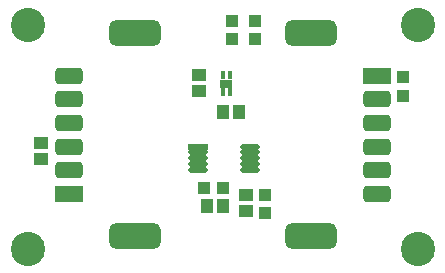
<source format=gts>
G04*
G04 #@! TF.GenerationSoftware,Altium Limited,Altium Designer,18.1.6 (161)*
G04*
G04 Layer_Color=8388736*
%FSLAX25Y25*%
%MOIN*%
G70*
G01*
G75*
G04:AMPARAMS|DCode=27|XSize=55.24mil|YSize=94.61mil|CornerRadius=15.81mil|HoleSize=0mil|Usage=FLASHONLY|Rotation=270.000|XOffset=0mil|YOffset=0mil|HoleType=Round|Shape=RoundedRectangle|*
%AMROUNDEDRECTD27*
21,1,0.05524,0.06299,0,0,270.0*
21,1,0.02362,0.09461,0,0,270.0*
1,1,0.03162,-0.03150,-0.01181*
1,1,0.03162,-0.03150,0.01181*
1,1,0.03162,0.03150,0.01181*
1,1,0.03162,0.03150,-0.01181*
%
%ADD27ROUNDEDRECTD27*%
%ADD28R,0.09461X0.05524*%
G04:AMPARAMS|DCode=29|XSize=86.74mil|YSize=173.35mil|CornerRadius=23.68mil|HoleSize=0mil|Usage=FLASHONLY|Rotation=270.000|XOffset=0mil|YOffset=0mil|HoleType=Round|Shape=RoundedRectangle|*
%AMROUNDEDRECTD29*
21,1,0.08674,0.12598,0,0,270.0*
21,1,0.03937,0.17335,0,0,270.0*
1,1,0.04737,-0.06299,-0.01968*
1,1,0.04737,-0.06299,0.01968*
1,1,0.04737,0.06299,0.01968*
1,1,0.04737,0.06299,-0.01968*
%
%ADD29ROUNDEDRECTD29*%
%ADD30R,0.04537X0.04143*%
%ADD31R,0.04147X0.04147*%
%ADD32R,0.04147X0.04147*%
%ADD33R,0.04143X0.04537*%
%ADD34R,0.06509X0.01981*%
%ADD35O,0.06509X0.01981*%
%ADD36R,0.04186X0.02769*%
%ADD37R,0.01784X0.02769*%
%ADD38R,0.03950X0.03950*%
%ADD39C,0.11430*%
D27*
X126299Y59842D02*
D03*
Y51968D02*
D03*
Y44094D02*
D03*
Y36220D02*
D03*
Y28346D02*
D03*
X23622Y67716D02*
D03*
Y59842D02*
D03*
Y51968D02*
D03*
Y44094D02*
D03*
Y36220D02*
D03*
D28*
X126299Y67716D02*
D03*
X23622Y28346D02*
D03*
D29*
X104331Y81890D02*
D03*
Y14173D02*
D03*
X45591Y81890D02*
D03*
Y14173D02*
D03*
D30*
X82677Y22638D02*
D03*
Y27953D02*
D03*
X14173Y45276D02*
D03*
Y39961D02*
D03*
X66929Y62500D02*
D03*
Y67815D02*
D03*
D31*
X88976Y21850D02*
D03*
Y27953D02*
D03*
X135039Y67224D02*
D03*
Y61122D02*
D03*
X85433Y79921D02*
D03*
Y86024D02*
D03*
D32*
X68701Y30315D02*
D03*
X74803D02*
D03*
D33*
X69488Y24409D02*
D03*
X74803D02*
D03*
X80216Y55512D02*
D03*
X74902D02*
D03*
D34*
X66535Y44094D02*
D03*
D35*
Y42126D02*
D03*
Y40157D02*
D03*
Y38189D02*
D03*
Y36220D02*
D03*
X83858Y44094D02*
D03*
Y42126D02*
D03*
Y40157D02*
D03*
Y38189D02*
D03*
Y36220D02*
D03*
D36*
X75984Y64961D02*
D03*
D37*
X74803Y67815D02*
D03*
X77165D02*
D03*
Y62146D02*
D03*
X74803D02*
D03*
D38*
X77953Y79921D02*
D03*
Y85827D02*
D03*
D39*
X139764Y84646D02*
D03*
Y9843D02*
D03*
X9843Y84646D02*
D03*
Y9843D02*
D03*
M02*

</source>
